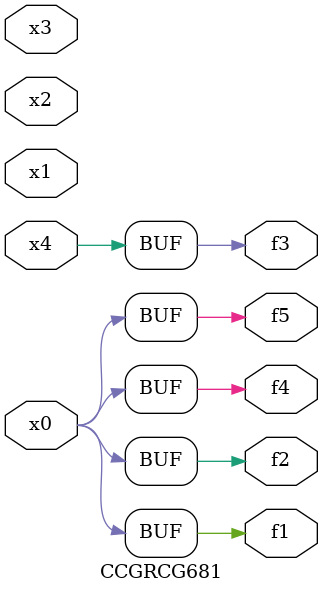
<source format=v>
module CCGRCG681(
	input x0, x1, x2, x3, x4,
	output f1, f2, f3, f4, f5
);
	assign f1 = x0;
	assign f2 = x0;
	assign f3 = x4;
	assign f4 = x0;
	assign f5 = x0;
endmodule

</source>
